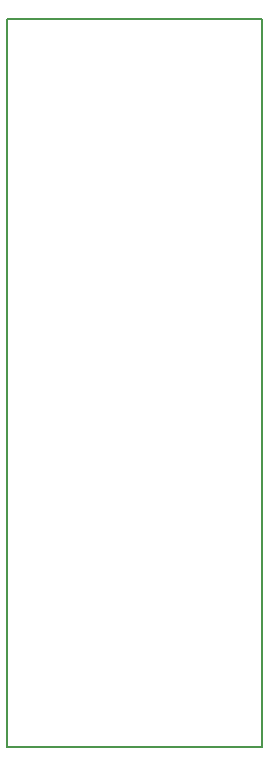
<source format=gbr>
G04 #@! TF.GenerationSoftware,KiCad,Pcbnew,(5.0.0)*
G04 #@! TF.CreationDate,2018-11-29T23:41:20-06:00*
G04 #@! TF.ProjectId,EByte_E73,45427974655F4537332E6B696361645F,rev?*
G04 #@! TF.SameCoordinates,Original*
G04 #@! TF.FileFunction,Profile,NP*
%FSLAX46Y46*%
G04 Gerber Fmt 4.6, Leading zero omitted, Abs format (unit mm)*
G04 Created by KiCad (PCBNEW (5.0.0)) date 11/29/18 23:41:20*
%MOMM*%
%LPD*%
G01*
G04 APERTURE LIST*
%ADD10C,0.150000*%
G04 APERTURE END LIST*
D10*
X120015000Y-153670000D02*
X98425000Y-153670000D01*
X120015000Y-92075000D02*
X120015000Y-153670000D01*
X98425000Y-92075000D02*
X120015000Y-92075000D01*
X98425000Y-153670000D02*
X98425000Y-92075000D01*
M02*

</source>
